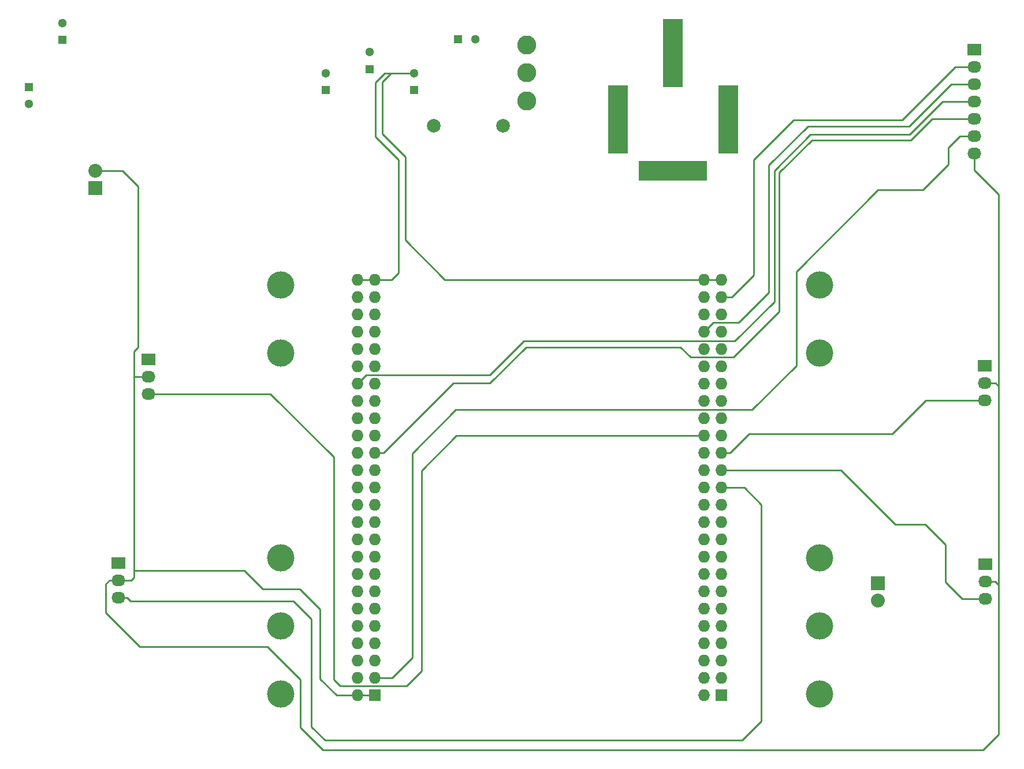
<source format=gbl>
G04 #@! TF.FileFunction,Copper,L2,Bot,Signal*
%FSLAX46Y46*%
G04 Gerber Fmt 4.6, Leading zero omitted, Abs format (unit mm)*
G04 Created by KiCad (PCBNEW 4.0.5) date Mon Mar 20 13:47:08 2017*
%MOMM*%
%LPD*%
G01*
G04 APERTURE LIST*
%ADD10C,0.100000*%
%ADD11C,1.300000*%
%ADD12R,1.300000X1.300000*%
%ADD13R,2.032000X2.032000*%
%ADD14O,2.032000X2.032000*%
%ADD15R,3.000000X10.000000*%
%ADD16R,10.000000X3.000000*%
%ADD17C,2.800000*%
%ADD18C,4.000000*%
%ADD19R,2.032000X1.727200*%
%ADD20O,2.032000X1.727200*%
%ADD21R,1.727200X1.727200*%
%ADD22O,1.727200X1.727200*%
%ADD23C,1.998980*%
%ADD24C,0.250000*%
G04 APERTURE END LIST*
D10*
D11*
X144250000Y-43750000D03*
D12*
X141750000Y-43750000D03*
D11*
X135300000Y-48700000D03*
D12*
X135300000Y-51200000D03*
D11*
X122300000Y-48700000D03*
D12*
X122300000Y-51200000D03*
D11*
X128800000Y-45600000D03*
D12*
X128800000Y-48100000D03*
D11*
X78800000Y-53200000D03*
D12*
X78800000Y-50700000D03*
D13*
X203300000Y-123550000D03*
D14*
X203300000Y-126090000D03*
D13*
X88550000Y-65590000D03*
D14*
X88550000Y-63050000D03*
D15*
X165200000Y-55500000D03*
X181300000Y-55500000D03*
D16*
X173250000Y-63000000D03*
D15*
X173250000Y-45700000D03*
D17*
X151800000Y-52749999D03*
X151800000Y-48649999D03*
X151800000Y-44550000D03*
D18*
X115720000Y-79800000D03*
X115720000Y-89800000D03*
X115720000Y-119800000D03*
X115720000Y-129800000D03*
X115720000Y-139800000D03*
X194680000Y-139800000D03*
X194680000Y-119800000D03*
X194680000Y-89800000D03*
X194680000Y-129800000D03*
X194680000Y-79800000D03*
D19*
X96300000Y-90660000D03*
D20*
X96300000Y-93200000D03*
X96300000Y-95740000D03*
D19*
X91900000Y-120560000D03*
D20*
X91900000Y-123100000D03*
X91900000Y-125640000D03*
D19*
X218900000Y-91660000D03*
D20*
X218900000Y-94200000D03*
X218900000Y-96740000D03*
D19*
X219000000Y-120720000D03*
D20*
X219000000Y-123260000D03*
X219000000Y-125800000D03*
D21*
X180340000Y-140000000D03*
D22*
X177800000Y-140000000D03*
X180340000Y-137460000D03*
X177800000Y-137460000D03*
X180340000Y-134920000D03*
X177800000Y-134920000D03*
X180340000Y-132380000D03*
X177800000Y-132380000D03*
X180340000Y-129840000D03*
X177800000Y-129840000D03*
X180340000Y-127300000D03*
X177800000Y-127300000D03*
X180340000Y-124760000D03*
X177800000Y-124760000D03*
X180340000Y-122220000D03*
X177800000Y-122220000D03*
X180340000Y-119680000D03*
X177800000Y-119680000D03*
X180340000Y-117140000D03*
X177800000Y-117140000D03*
X180340000Y-114600000D03*
X177800000Y-114600000D03*
X180340000Y-112060000D03*
X177800000Y-112060000D03*
X180340000Y-109520000D03*
X177800000Y-109520000D03*
X180340000Y-106980000D03*
X177800000Y-106980000D03*
X180340000Y-104440000D03*
X177800000Y-104440000D03*
X180340000Y-101900000D03*
X177800000Y-101900000D03*
X180340000Y-99360000D03*
X177800000Y-99360000D03*
X180340000Y-96820000D03*
X177800000Y-96820000D03*
X180340000Y-94280000D03*
X177800000Y-94280000D03*
X180340000Y-91740000D03*
X177800000Y-91740000D03*
X180340000Y-89200000D03*
X177800000Y-89200000D03*
X180340000Y-86660000D03*
X177800000Y-86660000D03*
X180340000Y-84120000D03*
X177800000Y-84120000D03*
X180340000Y-81580000D03*
X177800000Y-81580000D03*
X180340000Y-79040000D03*
X177800000Y-79040000D03*
D21*
X129540000Y-140000000D03*
D22*
X127000000Y-140000000D03*
X129540000Y-137460000D03*
X127000000Y-137460000D03*
X129540000Y-134920000D03*
X127000000Y-134920000D03*
X129540000Y-132380000D03*
X127000000Y-132380000D03*
X129540000Y-129840000D03*
X127000000Y-129840000D03*
X129540000Y-127300000D03*
X127000000Y-127300000D03*
X129540000Y-124760000D03*
X127000000Y-124760000D03*
X129540000Y-122220000D03*
X127000000Y-122220000D03*
X129540000Y-119680000D03*
X127000000Y-119680000D03*
X129540000Y-117140000D03*
X127000000Y-117140000D03*
X129540000Y-114600000D03*
X127000000Y-114600000D03*
X129540000Y-112060000D03*
X127000000Y-112060000D03*
X129540000Y-109520000D03*
X127000000Y-109520000D03*
X129540000Y-106980000D03*
X127000000Y-106980000D03*
X129540000Y-104440000D03*
X127000000Y-104440000D03*
X129540000Y-101900000D03*
X127000000Y-101900000D03*
X129540000Y-99360000D03*
X127000000Y-99360000D03*
X129540000Y-96820000D03*
X127000000Y-96820000D03*
X129540000Y-94280000D03*
X127000000Y-94280000D03*
X129540000Y-91740000D03*
X127000000Y-91740000D03*
X129540000Y-89200000D03*
X127000000Y-89200000D03*
X129540000Y-86660000D03*
X127000000Y-86660000D03*
X129540000Y-84120000D03*
X127000000Y-84120000D03*
X129540000Y-81580000D03*
X127000000Y-81580000D03*
X129540000Y-79040000D03*
X127000000Y-79040000D03*
D19*
X217400000Y-45220000D03*
D20*
X217400000Y-47760000D03*
X217400000Y-50300000D03*
X217400000Y-52840000D03*
X217400000Y-55380000D03*
X217400000Y-57920000D03*
X217400000Y-60460000D03*
D23*
X138120000Y-56400000D03*
X148280000Y-56400000D03*
D11*
X83700000Y-41300000D03*
D12*
X83700000Y-43800000D03*
D24*
X129540000Y-79040000D02*
X131960000Y-79040000D01*
X131960000Y-79040000D02*
X133000000Y-78000000D01*
X129600000Y-58000000D02*
X129600000Y-50100000D01*
X133000000Y-78000000D02*
X133000000Y-61400000D01*
X133000000Y-61400000D02*
X129600000Y-58000000D01*
X129600000Y-50100000D02*
X131000000Y-48700000D01*
X131000000Y-48700000D02*
X131900000Y-48700000D01*
X177800000Y-79040000D02*
X176578686Y-79040000D01*
X131900000Y-48700000D02*
X135300000Y-48700000D01*
X176578686Y-79040000D02*
X176538686Y-79000000D01*
X139800000Y-79000000D02*
X134000000Y-73200000D01*
X176538686Y-79000000D02*
X139800000Y-79000000D01*
X134000000Y-73200000D02*
X134000000Y-61000000D01*
X134000000Y-61000000D02*
X130600000Y-57600000D01*
X130600000Y-57600000D02*
X130600000Y-50000000D01*
X130600000Y-50000000D02*
X131900000Y-48700000D01*
X180340000Y-79040000D02*
X177800000Y-79040000D01*
X127000000Y-79040000D02*
X128221314Y-79040000D01*
X128221314Y-79040000D02*
X129540000Y-79040000D01*
X221000000Y-66500000D02*
X217400000Y-62900000D01*
X217400000Y-62900000D02*
X217400000Y-60460000D01*
X221000000Y-96100000D02*
X221000000Y-94700000D01*
X221000000Y-124800000D02*
X221000000Y-96100000D01*
X221000000Y-96100000D02*
X221000000Y-66500000D01*
X221000000Y-94700000D02*
X220500000Y-94200000D01*
X220500000Y-94200000D02*
X218900000Y-94200000D01*
X221000000Y-124800000D02*
X221000000Y-123800000D01*
X221000000Y-145700000D02*
X221000000Y-124800000D01*
X91900000Y-123100000D02*
X90634000Y-123100000D01*
X218700000Y-148000000D02*
X221000000Y-145700000D01*
X90634000Y-123100000D02*
X90100000Y-123634000D01*
X90100000Y-123634000D02*
X90100000Y-127900000D01*
X90100000Y-127900000D02*
X95100000Y-132900000D01*
X95100000Y-132900000D02*
X113800000Y-132900000D01*
X113800000Y-132900000D02*
X118600000Y-137700000D01*
X118600000Y-137700000D02*
X118600000Y-144700000D01*
X121900000Y-148000000D02*
X218700000Y-148000000D01*
X118600000Y-144700000D02*
X121900000Y-148000000D01*
X221000000Y-123800000D02*
X220460000Y-123260000D01*
X220460000Y-123260000D02*
X219000000Y-123260000D01*
X127000000Y-140000000D02*
X129540000Y-140000000D01*
X121500000Y-137600000D02*
X123900000Y-140000000D01*
X123900000Y-140000000D02*
X127000000Y-140000000D01*
X121500000Y-127400000D02*
X121500000Y-137600000D01*
X118500000Y-124400000D02*
X121500000Y-127400000D01*
X113100000Y-124400000D02*
X118500000Y-124400000D01*
X110400000Y-121700000D02*
X113100000Y-124400000D01*
X94200000Y-121700000D02*
X94200000Y-122700000D01*
X94200000Y-92700000D02*
X94200000Y-121700000D01*
X94200000Y-121700000D02*
X110400000Y-121700000D01*
X94200000Y-122700000D02*
X93800000Y-123100000D01*
X93800000Y-123100000D02*
X91900000Y-123100000D01*
X94200000Y-92700000D02*
X94200000Y-93100000D01*
X94200000Y-89500000D02*
X94200000Y-92700000D01*
X94200000Y-93100000D02*
X94300000Y-93200000D01*
X94300000Y-93200000D02*
X96300000Y-93200000D01*
X94800000Y-88900000D02*
X94200000Y-89500000D01*
X94800000Y-65300000D02*
X94800000Y-88900000D01*
X92550000Y-63050000D02*
X94800000Y-65300000D01*
X88550000Y-63050000D02*
X92550000Y-63050000D01*
X96300000Y-95740000D02*
X114240000Y-95740000D01*
X114240000Y-95740000D02*
X123500000Y-105000000D01*
X123500000Y-105000000D02*
X123500000Y-137700000D01*
X123500000Y-137700000D02*
X124448601Y-138648601D01*
X124448601Y-138648601D02*
X134151399Y-138648601D01*
X134151399Y-138648601D02*
X136400000Y-136400000D01*
X136400000Y-136400000D02*
X136400000Y-107000000D01*
X136400000Y-107000000D02*
X141500000Y-101900000D01*
X141500000Y-101900000D02*
X177800000Y-101900000D01*
X186200000Y-112000000D02*
X183720000Y-109520000D01*
X183720000Y-109520000D02*
X180340000Y-109520000D01*
X186200000Y-143800000D02*
X186200000Y-112000000D01*
X183400000Y-146600000D02*
X186200000Y-143800000D01*
X130200000Y-146600000D02*
X133200000Y-146600000D01*
X122200000Y-146600000D02*
X130200000Y-146600000D01*
X130200000Y-146600000D02*
X183400000Y-146600000D01*
X120200000Y-144600000D02*
X122200000Y-146600000D01*
X120200000Y-128800000D02*
X120200000Y-144600000D01*
X117600000Y-126200000D02*
X120200000Y-128800000D01*
X93726000Y-126200000D02*
X117600000Y-126200000D01*
X91900000Y-125640000D02*
X93166000Y-125640000D01*
X93166000Y-125640000D02*
X93726000Y-126200000D01*
X205400000Y-101600000D02*
X210260000Y-96740000D01*
X210260000Y-96740000D02*
X218900000Y-96740000D01*
X184401314Y-101600000D02*
X205400000Y-101600000D01*
X180340000Y-104440000D02*
X181561314Y-104440000D01*
X181561314Y-104440000D02*
X184401314Y-101600000D01*
X180340000Y-106980000D02*
X197880000Y-106980000D01*
X197880000Y-106980000D02*
X205800000Y-114900000D01*
X205800000Y-114900000D02*
X210200000Y-114900000D01*
X213200000Y-117900000D02*
X213200000Y-123400000D01*
X215600000Y-125800000D02*
X219000000Y-125800000D01*
X210200000Y-114900000D02*
X213200000Y-117900000D01*
X213200000Y-123400000D02*
X215600000Y-125800000D01*
X217400000Y-47760000D02*
X214640000Y-47760000D01*
X214640000Y-47760000D02*
X206800000Y-55600000D01*
X206800000Y-55600000D02*
X190900000Y-55600000D01*
X190900000Y-55600000D02*
X185100000Y-61400000D01*
X185100000Y-61400000D02*
X185100000Y-78300000D01*
X181820000Y-81580000D02*
X180340000Y-81580000D01*
X185100000Y-78300000D02*
X181820000Y-81580000D01*
X217400000Y-50300000D02*
X214000000Y-50300000D01*
X187300000Y-80900000D02*
X182891399Y-85308601D01*
X214000000Y-50300000D02*
X207800000Y-56500000D01*
X187300000Y-62200000D02*
X187300000Y-80900000D01*
X182891399Y-85308601D02*
X179151399Y-85308601D01*
X207800000Y-56500000D02*
X193000000Y-56500000D01*
X179151399Y-85308601D02*
X178663599Y-85796401D01*
X193000000Y-56500000D02*
X187300000Y-62200000D01*
X178663599Y-85796401D02*
X177800000Y-86660000D01*
X127000000Y-94280000D02*
X128280000Y-93000000D01*
X128280000Y-93000000D02*
X146400000Y-93000000D01*
X146400000Y-93000000D02*
X151400000Y-88000000D01*
X151400000Y-88000000D02*
X182300000Y-88000000D01*
X182300000Y-88000000D02*
X188100000Y-82200000D01*
X212760000Y-52840000D02*
X217400000Y-52840000D01*
X188100000Y-82200000D02*
X188100000Y-63000000D01*
X188100000Y-63000000D02*
X193400000Y-57700000D01*
X193400000Y-57700000D02*
X207900000Y-57700000D01*
X207900000Y-57700000D02*
X212760000Y-52840000D01*
X129540000Y-104440000D02*
X130761314Y-104440000D01*
X130761314Y-104440000D02*
X141001314Y-94200000D01*
X174300000Y-88900000D02*
X175800000Y-90400000D01*
X141001314Y-94200000D02*
X146400000Y-94200000D01*
X188800000Y-63300000D02*
X193600000Y-58500000D01*
X193600000Y-58500000D02*
X208100000Y-58500000D01*
X146400000Y-94200000D02*
X151700000Y-88900000D01*
X151700000Y-88900000D02*
X174300000Y-88900000D01*
X175800000Y-90400000D02*
X182100000Y-90400000D01*
X182100000Y-90400000D02*
X188800000Y-83700000D01*
X188800000Y-83700000D02*
X188800000Y-63300000D01*
X208100000Y-58500000D02*
X211220000Y-55380000D01*
X211220000Y-55380000D02*
X217400000Y-55380000D01*
X213600000Y-59600000D02*
X215280000Y-57920000D01*
X215280000Y-57920000D02*
X217400000Y-57920000D01*
X213600000Y-62100000D02*
X213600000Y-59600000D01*
X209900000Y-65800000D02*
X213600000Y-62100000D01*
X203300000Y-65800000D02*
X209900000Y-65800000D01*
X191300000Y-77800000D02*
X203300000Y-65800000D01*
X191300000Y-91600000D02*
X191300000Y-77800000D01*
X184800000Y-98100000D02*
X191300000Y-91600000D01*
X141400000Y-98100000D02*
X184800000Y-98100000D01*
X135000000Y-104500000D02*
X141400000Y-98100000D01*
X135000000Y-134500000D02*
X135000000Y-104500000D01*
X132040000Y-137460000D02*
X135000000Y-134500000D01*
X129540000Y-137460000D02*
X132040000Y-137460000D01*
M02*

</source>
